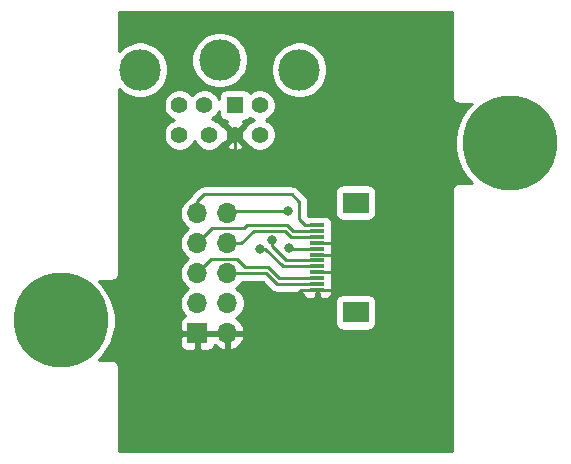
<source format=gtl>
%TF.GenerationSoftware,KiCad,Pcbnew,5.1.12-84ad8e8a86~92~ubuntu20.04.1*%
%TF.CreationDate,2021-12-07T00:05:06-06:00*%
%TF.ProjectId,portboard_mdd,706f7274-626f-4617-9264-5f726962626f,rev?*%
%TF.SameCoordinates,Original*%
%TF.FileFunction,Copper,L1,Top*%
%TF.FilePolarity,Positive*%
%FSLAX46Y46*%
G04 Gerber Fmt 4.6, Leading zero omitted, Abs format (unit mm)*
G04 Created by KiCad (PCBNEW 5.1.12-84ad8e8a86~92~ubuntu20.04.1) date 2021-12-07 00:05:06*
%MOMM*%
%LPD*%
G01*
G04 APERTURE LIST*
%TA.AperFunction,SMDPad,CuDef*%
%ADD10R,1.300000X0.300000*%
%TD*%
%TA.AperFunction,SMDPad,CuDef*%
%ADD11R,2.200000X1.800000*%
%TD*%
%TA.AperFunction,ComponentPad*%
%ADD12C,8.000000*%
%TD*%
%TA.AperFunction,ComponentPad*%
%ADD13O,1.700000X1.700000*%
%TD*%
%TA.AperFunction,ComponentPad*%
%ADD14R,1.700000X1.700000*%
%TD*%
%TA.AperFunction,ComponentPad*%
%ADD15C,1.422400*%
%TD*%
%TA.AperFunction,ComponentPad*%
%ADD16R,1.422400X1.422400*%
%TD*%
%TA.AperFunction,ComponentPad*%
%ADD17C,3.500000*%
%TD*%
%TA.AperFunction,ViaPad*%
%ADD18C,0.800000*%
%TD*%
%TA.AperFunction,Conductor*%
%ADD19C,0.250000*%
%TD*%
%TA.AperFunction,Conductor*%
%ADD20C,0.254000*%
%TD*%
%TA.AperFunction,Conductor*%
%ADD21C,0.150000*%
%TD*%
G04 APERTURE END LIST*
D10*
%TO.P,J3,12*%
%TO.N,+5V*%
X69841500Y-39350500D03*
%TO.P,J3,11*%
%TO.N,/HSKo*%
X69841500Y-39850500D03*
%TO.P,J3,10*%
%TO.N,/HSKi*%
X69841500Y-40350500D03*
%TO.P,J3,9*%
%TO.N,GND*%
X69841500Y-40850500D03*
%TO.P,J3,8*%
%TO.N,/GPi*%
X69841500Y-41350500D03*
%TO.P,J3,7*%
%TO.N,GND*%
X69841500Y-41850500D03*
%TO.P,J3,6*%
%TO.N,/TXD-*%
X69841500Y-42350500D03*
%TO.P,J3,5*%
%TO.N,/TXD+*%
X69841500Y-42850500D03*
%TO.P,J3,4*%
%TO.N,GND*%
X69841500Y-43350500D03*
%TO.P,J3,3*%
%TO.N,/RXD-*%
X69841500Y-43850500D03*
%TO.P,J3,2*%
%TO.N,/RXD+*%
X69841500Y-44350500D03*
%TO.P,J3,1*%
%TO.N,GND*%
X69841500Y-44850500D03*
D11*
%TO.P,J3,MP*%
%TO.N,N/C*%
X73091500Y-46750500D03*
X73091500Y-37450500D03*
%TD*%
D12*
%TO.P,H2,1*%
%TO.N,N/C*%
X86170300Y-32434000D03*
%TD*%
%TO.P,H1,1*%
%TO.N,N/C*%
X48141700Y-47434000D03*
%TD*%
D13*
%TO.P,J1,10*%
%TO.N,/GPi*%
X62230000Y-38354000D03*
%TO.P,J1,9*%
%TO.N,+5V*%
X59690000Y-38354000D03*
%TO.P,J1,8*%
%TO.N,/HSKi*%
X62230000Y-40894000D03*
%TO.P,J1,7*%
%TO.N,/HSKo*%
X59690000Y-40894000D03*
%TO.P,J1,6*%
%TO.N,/RXD+*%
X62230000Y-43434000D03*
%TO.P,J1,5*%
%TO.N,/RXD-*%
X59690000Y-43434000D03*
%TO.P,J1,4*%
%TO.N,/TXD+*%
X62230000Y-45974000D03*
%TO.P,J1,3*%
%TO.N,/TXD-*%
X59690000Y-45974000D03*
%TO.P,J1,2*%
%TO.N,GND*%
X62230000Y-48514000D03*
D14*
%TO.P,J1,1*%
X59690000Y-48514000D03*
%TD*%
D15*
%TO.P,J2,7*%
%TO.N,/GPi*%
X60681000Y-31700000D03*
%TO.P,J2,4*%
%TO.N,GND*%
X62881000Y-31700000D03*
%TO.P,J2,6*%
%TO.N,/TXD+*%
X64981000Y-31700000D03*
%TO.P,J2,8*%
%TO.N,/RXD+*%
X58181000Y-31700000D03*
%TO.P,J2,5*%
%TO.N,/RXD-*%
X58181000Y-29200000D03*
%TO.P,J2,3*%
%TO.N,/TXD-*%
X64981000Y-29200000D03*
D16*
%TO.P,J2,1*%
%TO.N,/HSKo*%
X62881000Y-29200000D03*
D15*
%TO.P,J2,2*%
%TO.N,/HSKi*%
X60281000Y-29200000D03*
D17*
%TO.P,J2,SH2*%
%TO.N,N/C*%
X61581000Y-25400000D03*
%TO.P,J2,SH3*%
X68331000Y-26200000D03*
%TO.P,J2,SH1*%
X54831000Y-26200000D03*
%TD*%
D18*
%TO.N,/GPi*%
X67500500Y-41338500D03*
X67373500Y-38163500D03*
%TO.N,/TXD-*%
X66017201Y-40656490D03*
%TO.N,/TXD+*%
X64981000Y-41381500D03*
%TD*%
D19*
%TO.N,+5V*%
X59690000Y-37338000D02*
X59690000Y-38354000D01*
X60261500Y-36766500D02*
X59690000Y-37338000D01*
X67691000Y-36766500D02*
X60261500Y-36766500D01*
X68326000Y-38862000D02*
X68326000Y-37401500D01*
X68814500Y-39350500D02*
X68326000Y-38862000D01*
X68326000Y-37401500D02*
X67691000Y-36766500D01*
X69841500Y-39350500D02*
X68814500Y-39350500D01*
%TO.N,/GPi*%
X67512500Y-41350500D02*
X67500500Y-41338500D01*
X69841500Y-41350500D02*
X67512500Y-41350500D01*
X62420500Y-38163500D02*
X62230000Y-38354000D01*
X67373500Y-38163500D02*
X62420500Y-38163500D01*
%TO.N,/HSKo*%
X60960000Y-39624000D02*
X59690000Y-40894000D01*
X63916500Y-39334500D02*
X63627000Y-39624000D01*
X63627000Y-39624000D02*
X60960000Y-39624000D01*
X69841500Y-39850500D02*
X67790500Y-39850500D01*
X67274500Y-39334500D02*
X63916500Y-39334500D01*
X67790500Y-39850500D02*
X67274500Y-39334500D01*
%TO.N,/HSKi*%
X64491581Y-39834500D02*
X67138090Y-39834500D01*
X62230000Y-40894000D02*
X63432081Y-40894000D01*
X63432081Y-40894000D02*
X64491581Y-39834500D01*
X67138090Y-39834500D02*
X67654090Y-40350500D01*
X67654090Y-40350500D02*
X69841500Y-40350500D01*
%TO.N,/RXD-*%
X66647000Y-43850500D02*
X69841500Y-43850500D01*
X65722500Y-42926000D02*
X66647000Y-43850500D01*
X63754000Y-42926000D02*
X65722500Y-42926000D01*
X63086999Y-42258999D02*
X63754000Y-42926000D01*
X60865001Y-42258999D02*
X63086999Y-42258999D01*
X59690000Y-43434000D02*
X60865001Y-42258999D01*
%TO.N,/RXD+*%
X64637915Y-43434000D02*
X62230000Y-43434000D01*
X65532000Y-43434000D02*
X64637915Y-43434000D01*
X66448500Y-44350500D02*
X65532000Y-43434000D01*
X69841500Y-44350500D02*
X66448500Y-44350500D01*
%TO.N,/TXD-*%
X67242500Y-42350500D02*
X69841500Y-42350500D01*
X66017201Y-41125201D02*
X67242500Y-42350500D01*
X66017201Y-40656490D02*
X66017201Y-41125201D01*
%TO.N,/TXD+*%
X69841500Y-42850500D02*
X66917000Y-42850500D01*
X65448000Y-41381500D02*
X64981000Y-41381500D01*
X66917000Y-42850500D02*
X65448000Y-41381500D01*
%TO.N,GND*%
X62881000Y-31766000D02*
X62881000Y-31700000D01*
X59690000Y-48514000D02*
X57404000Y-48514000D01*
X57404000Y-48514000D02*
X55753000Y-46863000D01*
X55753000Y-46863000D02*
X55753000Y-36957000D01*
X55753000Y-36957000D02*
X57975500Y-34734500D01*
X57975500Y-34734500D02*
X62166500Y-34734500D01*
X62881000Y-34020000D02*
X62881000Y-31700000D01*
X62166500Y-34734500D02*
X62881000Y-34020000D01*
X71521000Y-40850500D02*
X69841500Y-40850500D01*
X72326500Y-41656000D02*
X71521000Y-40850500D01*
X71608500Y-44850500D02*
X72326500Y-44132500D01*
X69841500Y-44850500D02*
X71608500Y-44850500D01*
X72267000Y-41850500D02*
X72326500Y-41910000D01*
X69841500Y-41850500D02*
X72267000Y-41850500D01*
X72326500Y-41910000D02*
X72326500Y-41656000D01*
X69841500Y-43350500D02*
X72283000Y-43350500D01*
X72283000Y-43350500D02*
X72326500Y-43307000D01*
X72326500Y-43307000D02*
X72326500Y-41910000D01*
X72326500Y-44132500D02*
X72326500Y-43307000D01*
X66167000Y-47180500D02*
X68497000Y-44850500D01*
X68497000Y-44850500D02*
X69841500Y-44850500D01*
X66167000Y-47561500D02*
X66167000Y-47180500D01*
X65214500Y-48514000D02*
X66167000Y-47561500D01*
X62230000Y-48514000D02*
X65214500Y-48514000D01*
%TD*%
D20*
%TO.N,GND*%
X81246000Y-28401581D02*
X81242807Y-28434000D01*
X81255550Y-28563383D01*
X81293290Y-28687793D01*
X81354575Y-28802450D01*
X81380271Y-28833760D01*
X81437052Y-28902948D01*
X81537550Y-28985425D01*
X81652207Y-29046710D01*
X81776617Y-29084450D01*
X81906000Y-29097193D01*
X81938419Y-29094000D01*
X82955420Y-29094000D01*
X82570060Y-29479360D01*
X82062816Y-30238504D01*
X81713420Y-31082020D01*
X81535300Y-31977492D01*
X81535300Y-32890508D01*
X81713420Y-33785980D01*
X82062816Y-34629496D01*
X82570060Y-35388640D01*
X82955420Y-35774000D01*
X81938419Y-35774000D01*
X81906000Y-35770807D01*
X81873581Y-35774000D01*
X81776617Y-35783550D01*
X81652207Y-35821290D01*
X81537550Y-35882575D01*
X81437052Y-35965052D01*
X81354575Y-36065550D01*
X81293290Y-36180207D01*
X81255550Y-36304617D01*
X81242807Y-36434000D01*
X81246001Y-36466429D01*
X81246000Y-58524000D01*
X53066000Y-58524000D01*
X53066000Y-51466419D01*
X53069193Y-51434000D01*
X53056450Y-51304617D01*
X53018710Y-51180207D01*
X52957425Y-51065550D01*
X52874948Y-50965052D01*
X52774450Y-50882575D01*
X52659793Y-50821290D01*
X52535383Y-50783550D01*
X52438419Y-50774000D01*
X52406000Y-50770807D01*
X52373581Y-50774000D01*
X51356580Y-50774000D01*
X51741940Y-50388640D01*
X52249184Y-49629496D01*
X52359156Y-49364000D01*
X58201928Y-49364000D01*
X58214188Y-49488482D01*
X58250498Y-49608180D01*
X58309463Y-49718494D01*
X58388815Y-49815185D01*
X58485506Y-49894537D01*
X58595820Y-49953502D01*
X58715518Y-49989812D01*
X58840000Y-50002072D01*
X59404250Y-49999000D01*
X59563000Y-49840250D01*
X59563000Y-48641000D01*
X59817000Y-48641000D01*
X59817000Y-49840250D01*
X59975750Y-49999000D01*
X60540000Y-50002072D01*
X60664482Y-49989812D01*
X60784180Y-49953502D01*
X60894494Y-49894537D01*
X60991185Y-49815185D01*
X61070537Y-49718494D01*
X61129502Y-49608180D01*
X61152498Y-49532374D01*
X61348645Y-49709178D01*
X61598748Y-49858157D01*
X61873109Y-49955481D01*
X62103000Y-49834814D01*
X62103000Y-48641000D01*
X62357000Y-48641000D01*
X62357000Y-49834814D01*
X62586891Y-49955481D01*
X62861252Y-49858157D01*
X63111355Y-49709178D01*
X63327588Y-49514269D01*
X63501641Y-49280920D01*
X63626825Y-49018099D01*
X63671476Y-48870890D01*
X63550155Y-48641000D01*
X62357000Y-48641000D01*
X62103000Y-48641000D01*
X59817000Y-48641000D01*
X59563000Y-48641000D01*
X58363750Y-48641000D01*
X58205000Y-48799750D01*
X58201928Y-49364000D01*
X52359156Y-49364000D01*
X52598580Y-48785980D01*
X52776700Y-47890508D01*
X52776700Y-47664000D01*
X58201928Y-47664000D01*
X58205000Y-48228250D01*
X58363750Y-48387000D01*
X59563000Y-48387000D01*
X59563000Y-48367000D01*
X59817000Y-48367000D01*
X59817000Y-48387000D01*
X62103000Y-48387000D01*
X62103000Y-48367000D01*
X62357000Y-48367000D01*
X62357000Y-48387000D01*
X63550155Y-48387000D01*
X63671476Y-48157110D01*
X63626825Y-48009901D01*
X63501641Y-47747080D01*
X63327588Y-47513731D01*
X63111355Y-47318822D01*
X62994466Y-47249195D01*
X63176632Y-47127475D01*
X63383475Y-46920632D01*
X63545990Y-46677411D01*
X63657932Y-46407158D01*
X63715000Y-46120260D01*
X63715000Y-45850500D01*
X71353428Y-45850500D01*
X71353428Y-47650500D01*
X71365688Y-47774982D01*
X71401998Y-47894680D01*
X71460963Y-48004994D01*
X71540315Y-48101685D01*
X71637006Y-48181037D01*
X71747320Y-48240002D01*
X71867018Y-48276312D01*
X71991500Y-48288572D01*
X74191500Y-48288572D01*
X74315982Y-48276312D01*
X74435680Y-48240002D01*
X74545994Y-48181037D01*
X74642685Y-48101685D01*
X74722037Y-48004994D01*
X74781002Y-47894680D01*
X74817312Y-47774982D01*
X74829572Y-47650500D01*
X74829572Y-45850500D01*
X74817312Y-45726018D01*
X74781002Y-45606320D01*
X74722037Y-45496006D01*
X74642685Y-45399315D01*
X74545994Y-45319963D01*
X74435680Y-45260998D01*
X74315982Y-45224688D01*
X74191500Y-45212428D01*
X71991500Y-45212428D01*
X71867018Y-45224688D01*
X71747320Y-45260998D01*
X71637006Y-45319963D01*
X71540315Y-45399315D01*
X71460963Y-45496006D01*
X71401998Y-45606320D01*
X71365688Y-45726018D01*
X71353428Y-45850500D01*
X63715000Y-45850500D01*
X63715000Y-45827740D01*
X63657932Y-45540842D01*
X63545990Y-45270589D01*
X63383475Y-45027368D01*
X63176632Y-44820525D01*
X63002240Y-44704000D01*
X63176632Y-44587475D01*
X63383475Y-44380632D01*
X63508178Y-44194000D01*
X65217199Y-44194000D01*
X65884701Y-44861503D01*
X65908499Y-44890501D01*
X66024224Y-44985474D01*
X66156253Y-45056046D01*
X66299514Y-45099503D01*
X66411167Y-45110500D01*
X66411175Y-45110500D01*
X66448500Y-45114176D01*
X66485825Y-45110500D01*
X68565098Y-45110500D01*
X68567815Y-45135232D01*
X68606084Y-45254318D01*
X68666850Y-45363650D01*
X68747778Y-45459026D01*
X68845758Y-45536782D01*
X68957025Y-45593928D01*
X69077302Y-45628270D01*
X69201968Y-45638486D01*
X69555750Y-45635500D01*
X69714500Y-45476750D01*
X69714500Y-45138572D01*
X69968500Y-45138572D01*
X69968500Y-45476750D01*
X70127250Y-45635500D01*
X70481032Y-45638486D01*
X70605698Y-45628270D01*
X70725975Y-45593928D01*
X70837242Y-45536782D01*
X70935222Y-45459026D01*
X71016150Y-45363650D01*
X71076916Y-45254318D01*
X71115185Y-45135232D01*
X71126500Y-45032250D01*
X70989225Y-44894975D01*
X71022037Y-44854994D01*
X71081002Y-44744680D01*
X71094253Y-44700997D01*
X71126500Y-44668750D01*
X71119382Y-44603965D01*
X71129572Y-44500500D01*
X71129572Y-44200500D01*
X71119723Y-44100500D01*
X71129572Y-44000500D01*
X71129572Y-43700500D01*
X71119382Y-43597035D01*
X71126500Y-43532250D01*
X71094253Y-43500003D01*
X71081002Y-43456320D01*
X71024439Y-43350500D01*
X71081002Y-43244680D01*
X71094253Y-43200997D01*
X71126500Y-43168750D01*
X71119382Y-43103965D01*
X71129572Y-43000500D01*
X71129572Y-42700500D01*
X71119723Y-42600500D01*
X71129572Y-42500500D01*
X71129572Y-42200500D01*
X71119382Y-42097035D01*
X71126500Y-42032250D01*
X71094253Y-42000003D01*
X71081002Y-41956320D01*
X71024439Y-41850500D01*
X71081002Y-41744680D01*
X71094253Y-41700997D01*
X71126500Y-41668750D01*
X71119382Y-41603965D01*
X71129572Y-41500500D01*
X71129572Y-41200500D01*
X71119382Y-41097035D01*
X71126500Y-41032250D01*
X71094253Y-41000003D01*
X71081002Y-40956320D01*
X71024439Y-40850500D01*
X71081002Y-40744680D01*
X71094253Y-40700997D01*
X71126500Y-40668750D01*
X71119382Y-40603965D01*
X71129572Y-40500500D01*
X71129572Y-40200500D01*
X71119723Y-40100500D01*
X71129572Y-40000500D01*
X71129572Y-39700500D01*
X71119723Y-39600500D01*
X71129572Y-39500500D01*
X71129572Y-39200500D01*
X71117312Y-39076018D01*
X71081002Y-38956320D01*
X71022037Y-38846006D01*
X70942685Y-38749315D01*
X70845994Y-38669963D01*
X70735680Y-38610998D01*
X70615982Y-38574688D01*
X70491500Y-38562428D01*
X69191500Y-38562428D01*
X69109323Y-38570522D01*
X69086000Y-38547199D01*
X69086000Y-37438833D01*
X69089677Y-37401500D01*
X69075003Y-37252514D01*
X69031546Y-37109253D01*
X68960974Y-36977224D01*
X68889799Y-36890497D01*
X68866001Y-36861499D01*
X68837002Y-36837700D01*
X68549802Y-36550500D01*
X71353428Y-36550500D01*
X71353428Y-38350500D01*
X71365688Y-38474982D01*
X71401998Y-38594680D01*
X71460963Y-38704994D01*
X71540315Y-38801685D01*
X71637006Y-38881037D01*
X71747320Y-38940002D01*
X71867018Y-38976312D01*
X71991500Y-38988572D01*
X74191500Y-38988572D01*
X74315982Y-38976312D01*
X74435680Y-38940002D01*
X74545994Y-38881037D01*
X74642685Y-38801685D01*
X74722037Y-38704994D01*
X74781002Y-38594680D01*
X74817312Y-38474982D01*
X74829572Y-38350500D01*
X74829572Y-36550500D01*
X74817312Y-36426018D01*
X74781002Y-36306320D01*
X74722037Y-36196006D01*
X74642685Y-36099315D01*
X74545994Y-36019963D01*
X74435680Y-35960998D01*
X74315982Y-35924688D01*
X74191500Y-35912428D01*
X71991500Y-35912428D01*
X71867018Y-35924688D01*
X71747320Y-35960998D01*
X71637006Y-36019963D01*
X71540315Y-36099315D01*
X71460963Y-36196006D01*
X71401998Y-36306320D01*
X71365688Y-36426018D01*
X71353428Y-36550500D01*
X68549802Y-36550500D01*
X68254803Y-36255502D01*
X68231001Y-36226499D01*
X68115276Y-36131526D01*
X67983247Y-36060954D01*
X67839986Y-36017497D01*
X67728333Y-36006500D01*
X67728322Y-36006500D01*
X67691000Y-36002824D01*
X67653678Y-36006500D01*
X60298822Y-36006500D01*
X60261499Y-36002824D01*
X60224176Y-36006500D01*
X60224167Y-36006500D01*
X60112514Y-36017497D01*
X59969253Y-36060954D01*
X59837223Y-36131526D01*
X59777906Y-36180207D01*
X59721499Y-36226499D01*
X59697700Y-36255498D01*
X59179002Y-36774197D01*
X59149999Y-36797999D01*
X59097886Y-36861499D01*
X59055026Y-36913724D01*
X59016701Y-36985425D01*
X58989163Y-37036944D01*
X58986589Y-37038010D01*
X58743368Y-37200525D01*
X58536525Y-37407368D01*
X58374010Y-37650589D01*
X58262068Y-37920842D01*
X58205000Y-38207740D01*
X58205000Y-38500260D01*
X58262068Y-38787158D01*
X58374010Y-39057411D01*
X58536525Y-39300632D01*
X58743368Y-39507475D01*
X58917760Y-39624000D01*
X58743368Y-39740525D01*
X58536525Y-39947368D01*
X58374010Y-40190589D01*
X58262068Y-40460842D01*
X58205000Y-40747740D01*
X58205000Y-41040260D01*
X58262068Y-41327158D01*
X58374010Y-41597411D01*
X58536525Y-41840632D01*
X58743368Y-42047475D01*
X58917760Y-42164000D01*
X58743368Y-42280525D01*
X58536525Y-42487368D01*
X58374010Y-42730589D01*
X58262068Y-43000842D01*
X58205000Y-43287740D01*
X58205000Y-43580260D01*
X58262068Y-43867158D01*
X58374010Y-44137411D01*
X58536525Y-44380632D01*
X58743368Y-44587475D01*
X58917760Y-44704000D01*
X58743368Y-44820525D01*
X58536525Y-45027368D01*
X58374010Y-45270589D01*
X58262068Y-45540842D01*
X58205000Y-45827740D01*
X58205000Y-46120260D01*
X58262068Y-46407158D01*
X58374010Y-46677411D01*
X58536525Y-46920632D01*
X58668380Y-47052487D01*
X58595820Y-47074498D01*
X58485506Y-47133463D01*
X58388815Y-47212815D01*
X58309463Y-47309506D01*
X58250498Y-47419820D01*
X58214188Y-47539518D01*
X58201928Y-47664000D01*
X52776700Y-47664000D01*
X52776700Y-46977492D01*
X52598580Y-46082020D01*
X52249184Y-45238504D01*
X51741940Y-44479360D01*
X51356580Y-44094000D01*
X52373581Y-44094000D01*
X52406000Y-44097193D01*
X52438419Y-44094000D01*
X52535383Y-44084450D01*
X52659793Y-44046710D01*
X52774450Y-43985425D01*
X52874948Y-43902948D01*
X52957425Y-43802450D01*
X53018710Y-43687793D01*
X53056450Y-43563383D01*
X53069193Y-43434000D01*
X53066000Y-43401581D01*
X53066000Y-29067411D01*
X56834800Y-29067411D01*
X56834800Y-29332589D01*
X56886533Y-29592672D01*
X56988013Y-29837665D01*
X57135338Y-30058153D01*
X57322847Y-30245662D01*
X57543335Y-30392987D01*
X57680976Y-30450000D01*
X57543335Y-30507013D01*
X57322847Y-30654338D01*
X57135338Y-30841847D01*
X56988013Y-31062335D01*
X56886533Y-31307328D01*
X56834800Y-31567411D01*
X56834800Y-31832589D01*
X56886533Y-32092672D01*
X56988013Y-32337665D01*
X57135338Y-32558153D01*
X57322847Y-32745662D01*
X57543335Y-32892987D01*
X57788328Y-32994467D01*
X58048411Y-33046200D01*
X58313589Y-33046200D01*
X58573672Y-32994467D01*
X58818665Y-32892987D01*
X59039153Y-32745662D01*
X59226662Y-32558153D01*
X59373987Y-32337665D01*
X59431000Y-32200024D01*
X59488013Y-32337665D01*
X59635338Y-32558153D01*
X59822847Y-32745662D01*
X60043335Y-32892987D01*
X60288328Y-32994467D01*
X60548411Y-33046200D01*
X60813589Y-33046200D01*
X61073672Y-32994467D01*
X61318665Y-32892987D01*
X61539153Y-32745662D01*
X61655542Y-32629273D01*
X62131332Y-32629273D01*
X62192152Y-32864183D01*
X62432509Y-32976202D01*
X62690102Y-33039176D01*
X62955030Y-33050687D01*
X63217113Y-33010291D01*
X63466280Y-32919542D01*
X63569848Y-32864183D01*
X63630668Y-32629273D01*
X62881000Y-31879605D01*
X62131332Y-32629273D01*
X61655542Y-32629273D01*
X61726662Y-32558153D01*
X61821652Y-32415991D01*
X61951727Y-32449668D01*
X62701395Y-31700000D01*
X61951727Y-30950332D01*
X61821652Y-30984009D01*
X61726662Y-30841847D01*
X61539153Y-30654338D01*
X61318665Y-30507013D01*
X61073672Y-30405533D01*
X60939754Y-30378896D01*
X61139153Y-30245662D01*
X61326662Y-30058153D01*
X61473987Y-29837665D01*
X61531728Y-29698267D01*
X61531728Y-29911200D01*
X61543988Y-30035682D01*
X61580298Y-30155380D01*
X61639263Y-30265694D01*
X61718615Y-30362385D01*
X61815306Y-30441737D01*
X61925620Y-30500702D01*
X62045318Y-30537012D01*
X62169800Y-30549272D01*
X62188668Y-30549272D01*
X62131332Y-30770727D01*
X62881000Y-31520395D01*
X63630668Y-30770727D01*
X63573332Y-30549272D01*
X63592200Y-30549272D01*
X63716682Y-30537012D01*
X63836380Y-30500702D01*
X63946694Y-30441737D01*
X64043385Y-30362385D01*
X64122737Y-30265694D01*
X64130656Y-30250880D01*
X64343335Y-30392987D01*
X64480976Y-30450000D01*
X64343335Y-30507013D01*
X64122847Y-30654338D01*
X63935338Y-30841847D01*
X63855097Y-30961937D01*
X63810273Y-30950332D01*
X63060605Y-31700000D01*
X63810273Y-32449668D01*
X63855097Y-32438063D01*
X63935338Y-32558153D01*
X64122847Y-32745662D01*
X64343335Y-32892987D01*
X64588328Y-32994467D01*
X64848411Y-33046200D01*
X65113589Y-33046200D01*
X65373672Y-32994467D01*
X65618665Y-32892987D01*
X65839153Y-32745662D01*
X66026662Y-32558153D01*
X66173987Y-32337665D01*
X66275467Y-32092672D01*
X66327200Y-31832589D01*
X66327200Y-31567411D01*
X66275467Y-31307328D01*
X66173987Y-31062335D01*
X66026662Y-30841847D01*
X65839153Y-30654338D01*
X65618665Y-30507013D01*
X65481024Y-30450000D01*
X65618665Y-30392987D01*
X65839153Y-30245662D01*
X66026662Y-30058153D01*
X66173987Y-29837665D01*
X66275467Y-29592672D01*
X66327200Y-29332589D01*
X66327200Y-29067411D01*
X66275467Y-28807328D01*
X66173987Y-28562335D01*
X66026662Y-28341847D01*
X65839153Y-28154338D01*
X65618665Y-28007013D01*
X65373672Y-27905533D01*
X65113589Y-27853800D01*
X64848411Y-27853800D01*
X64588328Y-27905533D01*
X64343335Y-28007013D01*
X64130656Y-28149120D01*
X64122737Y-28134306D01*
X64043385Y-28037615D01*
X63946694Y-27958263D01*
X63836380Y-27899298D01*
X63716682Y-27862988D01*
X63592200Y-27850728D01*
X62169800Y-27850728D01*
X62045318Y-27862988D01*
X61925620Y-27899298D01*
X61815306Y-27958263D01*
X61718615Y-28037615D01*
X61639263Y-28134306D01*
X61580298Y-28244620D01*
X61543988Y-28364318D01*
X61531728Y-28488800D01*
X61531728Y-28701733D01*
X61473987Y-28562335D01*
X61326662Y-28341847D01*
X61139153Y-28154338D01*
X60918665Y-28007013D01*
X60673672Y-27905533D01*
X60413589Y-27853800D01*
X60148411Y-27853800D01*
X59888328Y-27905533D01*
X59643335Y-28007013D01*
X59422847Y-28154338D01*
X59235338Y-28341847D01*
X59231000Y-28348339D01*
X59226662Y-28341847D01*
X59039153Y-28154338D01*
X58818665Y-28007013D01*
X58573672Y-27905533D01*
X58313589Y-27853800D01*
X58048411Y-27853800D01*
X57788328Y-27905533D01*
X57543335Y-28007013D01*
X57322847Y-28154338D01*
X57135338Y-28341847D01*
X56988013Y-28562335D01*
X56886533Y-28807328D01*
X56834800Y-29067411D01*
X53066000Y-29067411D01*
X53066000Y-27807899D01*
X53310651Y-28052550D01*
X53701279Y-28313560D01*
X54135321Y-28493346D01*
X54596098Y-28585000D01*
X55065902Y-28585000D01*
X55526679Y-28493346D01*
X55960721Y-28313560D01*
X56351349Y-28052550D01*
X56683550Y-27720349D01*
X56944560Y-27329721D01*
X57124346Y-26895679D01*
X57216000Y-26434902D01*
X57216000Y-25965098D01*
X57124346Y-25504321D01*
X56983836Y-25165098D01*
X59196000Y-25165098D01*
X59196000Y-25634902D01*
X59287654Y-26095679D01*
X59467440Y-26529721D01*
X59728450Y-26920349D01*
X60060651Y-27252550D01*
X60451279Y-27513560D01*
X60885321Y-27693346D01*
X61346098Y-27785000D01*
X61815902Y-27785000D01*
X62276679Y-27693346D01*
X62710721Y-27513560D01*
X63101349Y-27252550D01*
X63433550Y-26920349D01*
X63694560Y-26529721D01*
X63874346Y-26095679D01*
X63900320Y-25965098D01*
X65946000Y-25965098D01*
X65946000Y-26434902D01*
X66037654Y-26895679D01*
X66217440Y-27329721D01*
X66478450Y-27720349D01*
X66810651Y-28052550D01*
X67201279Y-28313560D01*
X67635321Y-28493346D01*
X68096098Y-28585000D01*
X68565902Y-28585000D01*
X69026679Y-28493346D01*
X69460721Y-28313560D01*
X69851349Y-28052550D01*
X70183550Y-27720349D01*
X70444560Y-27329721D01*
X70624346Y-26895679D01*
X70716000Y-26434902D01*
X70716000Y-25965098D01*
X70624346Y-25504321D01*
X70444560Y-25070279D01*
X70183550Y-24679651D01*
X69851349Y-24347450D01*
X69460721Y-24086440D01*
X69026679Y-23906654D01*
X68565902Y-23815000D01*
X68096098Y-23815000D01*
X67635321Y-23906654D01*
X67201279Y-24086440D01*
X66810651Y-24347450D01*
X66478450Y-24679651D01*
X66217440Y-25070279D01*
X66037654Y-25504321D01*
X65946000Y-25965098D01*
X63900320Y-25965098D01*
X63966000Y-25634902D01*
X63966000Y-25165098D01*
X63874346Y-24704321D01*
X63694560Y-24270279D01*
X63433550Y-23879651D01*
X63101349Y-23547450D01*
X62710721Y-23286440D01*
X62276679Y-23106654D01*
X61815902Y-23015000D01*
X61346098Y-23015000D01*
X60885321Y-23106654D01*
X60451279Y-23286440D01*
X60060651Y-23547450D01*
X59728450Y-23879651D01*
X59467440Y-24270279D01*
X59287654Y-24704321D01*
X59196000Y-25165098D01*
X56983836Y-25165098D01*
X56944560Y-25070279D01*
X56683550Y-24679651D01*
X56351349Y-24347450D01*
X55960721Y-24086440D01*
X55526679Y-23906654D01*
X55065902Y-23815000D01*
X54596098Y-23815000D01*
X54135321Y-23906654D01*
X53701279Y-24086440D01*
X53310651Y-24347450D01*
X53066000Y-24592101D01*
X53066000Y-21344000D01*
X81246001Y-21344000D01*
X81246000Y-28401581D01*
%TA.AperFunction,Conductor*%
D21*
G36*
X81246000Y-28401581D02*
G01*
X81242807Y-28434000D01*
X81255550Y-28563383D01*
X81293290Y-28687793D01*
X81354575Y-28802450D01*
X81380271Y-28833760D01*
X81437052Y-28902948D01*
X81537550Y-28985425D01*
X81652207Y-29046710D01*
X81776617Y-29084450D01*
X81906000Y-29097193D01*
X81938419Y-29094000D01*
X82955420Y-29094000D01*
X82570060Y-29479360D01*
X82062816Y-30238504D01*
X81713420Y-31082020D01*
X81535300Y-31977492D01*
X81535300Y-32890508D01*
X81713420Y-33785980D01*
X82062816Y-34629496D01*
X82570060Y-35388640D01*
X82955420Y-35774000D01*
X81938419Y-35774000D01*
X81906000Y-35770807D01*
X81873581Y-35774000D01*
X81776617Y-35783550D01*
X81652207Y-35821290D01*
X81537550Y-35882575D01*
X81437052Y-35965052D01*
X81354575Y-36065550D01*
X81293290Y-36180207D01*
X81255550Y-36304617D01*
X81242807Y-36434000D01*
X81246001Y-36466429D01*
X81246000Y-58524000D01*
X53066000Y-58524000D01*
X53066000Y-51466419D01*
X53069193Y-51434000D01*
X53056450Y-51304617D01*
X53018710Y-51180207D01*
X52957425Y-51065550D01*
X52874948Y-50965052D01*
X52774450Y-50882575D01*
X52659793Y-50821290D01*
X52535383Y-50783550D01*
X52438419Y-50774000D01*
X52406000Y-50770807D01*
X52373581Y-50774000D01*
X51356580Y-50774000D01*
X51741940Y-50388640D01*
X52249184Y-49629496D01*
X52359156Y-49364000D01*
X58201928Y-49364000D01*
X58214188Y-49488482D01*
X58250498Y-49608180D01*
X58309463Y-49718494D01*
X58388815Y-49815185D01*
X58485506Y-49894537D01*
X58595820Y-49953502D01*
X58715518Y-49989812D01*
X58840000Y-50002072D01*
X59404250Y-49999000D01*
X59563000Y-49840250D01*
X59563000Y-48641000D01*
X59817000Y-48641000D01*
X59817000Y-49840250D01*
X59975750Y-49999000D01*
X60540000Y-50002072D01*
X60664482Y-49989812D01*
X60784180Y-49953502D01*
X60894494Y-49894537D01*
X60991185Y-49815185D01*
X61070537Y-49718494D01*
X61129502Y-49608180D01*
X61152498Y-49532374D01*
X61348645Y-49709178D01*
X61598748Y-49858157D01*
X61873109Y-49955481D01*
X62103000Y-49834814D01*
X62103000Y-48641000D01*
X62357000Y-48641000D01*
X62357000Y-49834814D01*
X62586891Y-49955481D01*
X62861252Y-49858157D01*
X63111355Y-49709178D01*
X63327588Y-49514269D01*
X63501641Y-49280920D01*
X63626825Y-49018099D01*
X63671476Y-48870890D01*
X63550155Y-48641000D01*
X62357000Y-48641000D01*
X62103000Y-48641000D01*
X59817000Y-48641000D01*
X59563000Y-48641000D01*
X58363750Y-48641000D01*
X58205000Y-48799750D01*
X58201928Y-49364000D01*
X52359156Y-49364000D01*
X52598580Y-48785980D01*
X52776700Y-47890508D01*
X52776700Y-47664000D01*
X58201928Y-47664000D01*
X58205000Y-48228250D01*
X58363750Y-48387000D01*
X59563000Y-48387000D01*
X59563000Y-48367000D01*
X59817000Y-48367000D01*
X59817000Y-48387000D01*
X62103000Y-48387000D01*
X62103000Y-48367000D01*
X62357000Y-48367000D01*
X62357000Y-48387000D01*
X63550155Y-48387000D01*
X63671476Y-48157110D01*
X63626825Y-48009901D01*
X63501641Y-47747080D01*
X63327588Y-47513731D01*
X63111355Y-47318822D01*
X62994466Y-47249195D01*
X63176632Y-47127475D01*
X63383475Y-46920632D01*
X63545990Y-46677411D01*
X63657932Y-46407158D01*
X63715000Y-46120260D01*
X63715000Y-45850500D01*
X71353428Y-45850500D01*
X71353428Y-47650500D01*
X71365688Y-47774982D01*
X71401998Y-47894680D01*
X71460963Y-48004994D01*
X71540315Y-48101685D01*
X71637006Y-48181037D01*
X71747320Y-48240002D01*
X71867018Y-48276312D01*
X71991500Y-48288572D01*
X74191500Y-48288572D01*
X74315982Y-48276312D01*
X74435680Y-48240002D01*
X74545994Y-48181037D01*
X74642685Y-48101685D01*
X74722037Y-48004994D01*
X74781002Y-47894680D01*
X74817312Y-47774982D01*
X74829572Y-47650500D01*
X74829572Y-45850500D01*
X74817312Y-45726018D01*
X74781002Y-45606320D01*
X74722037Y-45496006D01*
X74642685Y-45399315D01*
X74545994Y-45319963D01*
X74435680Y-45260998D01*
X74315982Y-45224688D01*
X74191500Y-45212428D01*
X71991500Y-45212428D01*
X71867018Y-45224688D01*
X71747320Y-45260998D01*
X71637006Y-45319963D01*
X71540315Y-45399315D01*
X71460963Y-45496006D01*
X71401998Y-45606320D01*
X71365688Y-45726018D01*
X71353428Y-45850500D01*
X63715000Y-45850500D01*
X63715000Y-45827740D01*
X63657932Y-45540842D01*
X63545990Y-45270589D01*
X63383475Y-45027368D01*
X63176632Y-44820525D01*
X63002240Y-44704000D01*
X63176632Y-44587475D01*
X63383475Y-44380632D01*
X63508178Y-44194000D01*
X65217199Y-44194000D01*
X65884701Y-44861503D01*
X65908499Y-44890501D01*
X66024224Y-44985474D01*
X66156253Y-45056046D01*
X66299514Y-45099503D01*
X66411167Y-45110500D01*
X66411175Y-45110500D01*
X66448500Y-45114176D01*
X66485825Y-45110500D01*
X68565098Y-45110500D01*
X68567815Y-45135232D01*
X68606084Y-45254318D01*
X68666850Y-45363650D01*
X68747778Y-45459026D01*
X68845758Y-45536782D01*
X68957025Y-45593928D01*
X69077302Y-45628270D01*
X69201968Y-45638486D01*
X69555750Y-45635500D01*
X69714500Y-45476750D01*
X69714500Y-45138572D01*
X69968500Y-45138572D01*
X69968500Y-45476750D01*
X70127250Y-45635500D01*
X70481032Y-45638486D01*
X70605698Y-45628270D01*
X70725975Y-45593928D01*
X70837242Y-45536782D01*
X70935222Y-45459026D01*
X71016150Y-45363650D01*
X71076916Y-45254318D01*
X71115185Y-45135232D01*
X71126500Y-45032250D01*
X70989225Y-44894975D01*
X71022037Y-44854994D01*
X71081002Y-44744680D01*
X71094253Y-44700997D01*
X71126500Y-44668750D01*
X71119382Y-44603965D01*
X71129572Y-44500500D01*
X71129572Y-44200500D01*
X71119723Y-44100500D01*
X71129572Y-44000500D01*
X71129572Y-43700500D01*
X71119382Y-43597035D01*
X71126500Y-43532250D01*
X71094253Y-43500003D01*
X71081002Y-43456320D01*
X71024439Y-43350500D01*
X71081002Y-43244680D01*
X71094253Y-43200997D01*
X71126500Y-43168750D01*
X71119382Y-43103965D01*
X71129572Y-43000500D01*
X71129572Y-42700500D01*
X71119723Y-42600500D01*
X71129572Y-42500500D01*
X71129572Y-42200500D01*
X71119382Y-42097035D01*
X71126500Y-42032250D01*
X71094253Y-42000003D01*
X71081002Y-41956320D01*
X71024439Y-41850500D01*
X71081002Y-41744680D01*
X71094253Y-41700997D01*
X71126500Y-41668750D01*
X71119382Y-41603965D01*
X71129572Y-41500500D01*
X71129572Y-41200500D01*
X71119382Y-41097035D01*
X71126500Y-41032250D01*
X71094253Y-41000003D01*
X71081002Y-40956320D01*
X71024439Y-40850500D01*
X71081002Y-40744680D01*
X71094253Y-40700997D01*
X71126500Y-40668750D01*
X71119382Y-40603965D01*
X71129572Y-40500500D01*
X71129572Y-40200500D01*
X71119723Y-40100500D01*
X71129572Y-40000500D01*
X71129572Y-39700500D01*
X71119723Y-39600500D01*
X71129572Y-39500500D01*
X71129572Y-39200500D01*
X71117312Y-39076018D01*
X71081002Y-38956320D01*
X71022037Y-38846006D01*
X70942685Y-38749315D01*
X70845994Y-38669963D01*
X70735680Y-38610998D01*
X70615982Y-38574688D01*
X70491500Y-38562428D01*
X69191500Y-38562428D01*
X69109323Y-38570522D01*
X69086000Y-38547199D01*
X69086000Y-37438833D01*
X69089677Y-37401500D01*
X69075003Y-37252514D01*
X69031546Y-37109253D01*
X68960974Y-36977224D01*
X68889799Y-36890497D01*
X68866001Y-36861499D01*
X68837002Y-36837700D01*
X68549802Y-36550500D01*
X71353428Y-36550500D01*
X71353428Y-38350500D01*
X71365688Y-38474982D01*
X71401998Y-38594680D01*
X71460963Y-38704994D01*
X71540315Y-38801685D01*
X71637006Y-38881037D01*
X71747320Y-38940002D01*
X71867018Y-38976312D01*
X71991500Y-38988572D01*
X74191500Y-38988572D01*
X74315982Y-38976312D01*
X74435680Y-38940002D01*
X74545994Y-38881037D01*
X74642685Y-38801685D01*
X74722037Y-38704994D01*
X74781002Y-38594680D01*
X74817312Y-38474982D01*
X74829572Y-38350500D01*
X74829572Y-36550500D01*
X74817312Y-36426018D01*
X74781002Y-36306320D01*
X74722037Y-36196006D01*
X74642685Y-36099315D01*
X74545994Y-36019963D01*
X74435680Y-35960998D01*
X74315982Y-35924688D01*
X74191500Y-35912428D01*
X71991500Y-35912428D01*
X71867018Y-35924688D01*
X71747320Y-35960998D01*
X71637006Y-36019963D01*
X71540315Y-36099315D01*
X71460963Y-36196006D01*
X71401998Y-36306320D01*
X71365688Y-36426018D01*
X71353428Y-36550500D01*
X68549802Y-36550500D01*
X68254803Y-36255502D01*
X68231001Y-36226499D01*
X68115276Y-36131526D01*
X67983247Y-36060954D01*
X67839986Y-36017497D01*
X67728333Y-36006500D01*
X67728322Y-36006500D01*
X67691000Y-36002824D01*
X67653678Y-36006500D01*
X60298822Y-36006500D01*
X60261499Y-36002824D01*
X60224176Y-36006500D01*
X60224167Y-36006500D01*
X60112514Y-36017497D01*
X59969253Y-36060954D01*
X59837223Y-36131526D01*
X59777906Y-36180207D01*
X59721499Y-36226499D01*
X59697700Y-36255498D01*
X59179002Y-36774197D01*
X59149999Y-36797999D01*
X59097886Y-36861499D01*
X59055026Y-36913724D01*
X59016701Y-36985425D01*
X58989163Y-37036944D01*
X58986589Y-37038010D01*
X58743368Y-37200525D01*
X58536525Y-37407368D01*
X58374010Y-37650589D01*
X58262068Y-37920842D01*
X58205000Y-38207740D01*
X58205000Y-38500260D01*
X58262068Y-38787158D01*
X58374010Y-39057411D01*
X58536525Y-39300632D01*
X58743368Y-39507475D01*
X58917760Y-39624000D01*
X58743368Y-39740525D01*
X58536525Y-39947368D01*
X58374010Y-40190589D01*
X58262068Y-40460842D01*
X58205000Y-40747740D01*
X58205000Y-41040260D01*
X58262068Y-41327158D01*
X58374010Y-41597411D01*
X58536525Y-41840632D01*
X58743368Y-42047475D01*
X58917760Y-42164000D01*
X58743368Y-42280525D01*
X58536525Y-42487368D01*
X58374010Y-42730589D01*
X58262068Y-43000842D01*
X58205000Y-43287740D01*
X58205000Y-43580260D01*
X58262068Y-43867158D01*
X58374010Y-44137411D01*
X58536525Y-44380632D01*
X58743368Y-44587475D01*
X58917760Y-44704000D01*
X58743368Y-44820525D01*
X58536525Y-45027368D01*
X58374010Y-45270589D01*
X58262068Y-45540842D01*
X58205000Y-45827740D01*
X58205000Y-46120260D01*
X58262068Y-46407158D01*
X58374010Y-46677411D01*
X58536525Y-46920632D01*
X58668380Y-47052487D01*
X58595820Y-47074498D01*
X58485506Y-47133463D01*
X58388815Y-47212815D01*
X58309463Y-47309506D01*
X58250498Y-47419820D01*
X58214188Y-47539518D01*
X58201928Y-47664000D01*
X52776700Y-47664000D01*
X52776700Y-46977492D01*
X52598580Y-46082020D01*
X52249184Y-45238504D01*
X51741940Y-44479360D01*
X51356580Y-44094000D01*
X52373581Y-44094000D01*
X52406000Y-44097193D01*
X52438419Y-44094000D01*
X52535383Y-44084450D01*
X52659793Y-44046710D01*
X52774450Y-43985425D01*
X52874948Y-43902948D01*
X52957425Y-43802450D01*
X53018710Y-43687793D01*
X53056450Y-43563383D01*
X53069193Y-43434000D01*
X53066000Y-43401581D01*
X53066000Y-29067411D01*
X56834800Y-29067411D01*
X56834800Y-29332589D01*
X56886533Y-29592672D01*
X56988013Y-29837665D01*
X57135338Y-30058153D01*
X57322847Y-30245662D01*
X57543335Y-30392987D01*
X57680976Y-30450000D01*
X57543335Y-30507013D01*
X57322847Y-30654338D01*
X57135338Y-30841847D01*
X56988013Y-31062335D01*
X56886533Y-31307328D01*
X56834800Y-31567411D01*
X56834800Y-31832589D01*
X56886533Y-32092672D01*
X56988013Y-32337665D01*
X57135338Y-32558153D01*
X57322847Y-32745662D01*
X57543335Y-32892987D01*
X57788328Y-32994467D01*
X58048411Y-33046200D01*
X58313589Y-33046200D01*
X58573672Y-32994467D01*
X58818665Y-32892987D01*
X59039153Y-32745662D01*
X59226662Y-32558153D01*
X59373987Y-32337665D01*
X59431000Y-32200024D01*
X59488013Y-32337665D01*
X59635338Y-32558153D01*
X59822847Y-32745662D01*
X60043335Y-32892987D01*
X60288328Y-32994467D01*
X60548411Y-33046200D01*
X60813589Y-33046200D01*
X61073672Y-32994467D01*
X61318665Y-32892987D01*
X61539153Y-32745662D01*
X61655542Y-32629273D01*
X62131332Y-32629273D01*
X62192152Y-32864183D01*
X62432509Y-32976202D01*
X62690102Y-33039176D01*
X62955030Y-33050687D01*
X63217113Y-33010291D01*
X63466280Y-32919542D01*
X63569848Y-32864183D01*
X63630668Y-32629273D01*
X62881000Y-31879605D01*
X62131332Y-32629273D01*
X61655542Y-32629273D01*
X61726662Y-32558153D01*
X61821652Y-32415991D01*
X61951727Y-32449668D01*
X62701395Y-31700000D01*
X61951727Y-30950332D01*
X61821652Y-30984009D01*
X61726662Y-30841847D01*
X61539153Y-30654338D01*
X61318665Y-30507013D01*
X61073672Y-30405533D01*
X60939754Y-30378896D01*
X61139153Y-30245662D01*
X61326662Y-30058153D01*
X61473987Y-29837665D01*
X61531728Y-29698267D01*
X61531728Y-29911200D01*
X61543988Y-30035682D01*
X61580298Y-30155380D01*
X61639263Y-30265694D01*
X61718615Y-30362385D01*
X61815306Y-30441737D01*
X61925620Y-30500702D01*
X62045318Y-30537012D01*
X62169800Y-30549272D01*
X62188668Y-30549272D01*
X62131332Y-30770727D01*
X62881000Y-31520395D01*
X63630668Y-30770727D01*
X63573332Y-30549272D01*
X63592200Y-30549272D01*
X63716682Y-30537012D01*
X63836380Y-30500702D01*
X63946694Y-30441737D01*
X64043385Y-30362385D01*
X64122737Y-30265694D01*
X64130656Y-30250880D01*
X64343335Y-30392987D01*
X64480976Y-30450000D01*
X64343335Y-30507013D01*
X64122847Y-30654338D01*
X63935338Y-30841847D01*
X63855097Y-30961937D01*
X63810273Y-30950332D01*
X63060605Y-31700000D01*
X63810273Y-32449668D01*
X63855097Y-32438063D01*
X63935338Y-32558153D01*
X64122847Y-32745662D01*
X64343335Y-32892987D01*
X64588328Y-32994467D01*
X64848411Y-33046200D01*
X65113589Y-33046200D01*
X65373672Y-32994467D01*
X65618665Y-32892987D01*
X65839153Y-32745662D01*
X66026662Y-32558153D01*
X66173987Y-32337665D01*
X66275467Y-32092672D01*
X66327200Y-31832589D01*
X66327200Y-31567411D01*
X66275467Y-31307328D01*
X66173987Y-31062335D01*
X66026662Y-30841847D01*
X65839153Y-30654338D01*
X65618665Y-30507013D01*
X65481024Y-30450000D01*
X65618665Y-30392987D01*
X65839153Y-30245662D01*
X66026662Y-30058153D01*
X66173987Y-29837665D01*
X66275467Y-29592672D01*
X66327200Y-29332589D01*
X66327200Y-29067411D01*
X66275467Y-28807328D01*
X66173987Y-28562335D01*
X66026662Y-28341847D01*
X65839153Y-28154338D01*
X65618665Y-28007013D01*
X65373672Y-27905533D01*
X65113589Y-27853800D01*
X64848411Y-27853800D01*
X64588328Y-27905533D01*
X64343335Y-28007013D01*
X64130656Y-28149120D01*
X64122737Y-28134306D01*
X64043385Y-28037615D01*
X63946694Y-27958263D01*
X63836380Y-27899298D01*
X63716682Y-27862988D01*
X63592200Y-27850728D01*
X62169800Y-27850728D01*
X62045318Y-27862988D01*
X61925620Y-27899298D01*
X61815306Y-27958263D01*
X61718615Y-28037615D01*
X61639263Y-28134306D01*
X61580298Y-28244620D01*
X61543988Y-28364318D01*
X61531728Y-28488800D01*
X61531728Y-28701733D01*
X61473987Y-28562335D01*
X61326662Y-28341847D01*
X61139153Y-28154338D01*
X60918665Y-28007013D01*
X60673672Y-27905533D01*
X60413589Y-27853800D01*
X60148411Y-27853800D01*
X59888328Y-27905533D01*
X59643335Y-28007013D01*
X59422847Y-28154338D01*
X59235338Y-28341847D01*
X59231000Y-28348339D01*
X59226662Y-28341847D01*
X59039153Y-28154338D01*
X58818665Y-28007013D01*
X58573672Y-27905533D01*
X58313589Y-27853800D01*
X58048411Y-27853800D01*
X57788328Y-27905533D01*
X57543335Y-28007013D01*
X57322847Y-28154338D01*
X57135338Y-28341847D01*
X56988013Y-28562335D01*
X56886533Y-28807328D01*
X56834800Y-29067411D01*
X53066000Y-29067411D01*
X53066000Y-27807899D01*
X53310651Y-28052550D01*
X53701279Y-28313560D01*
X54135321Y-28493346D01*
X54596098Y-28585000D01*
X55065902Y-28585000D01*
X55526679Y-28493346D01*
X55960721Y-28313560D01*
X56351349Y-28052550D01*
X56683550Y-27720349D01*
X56944560Y-27329721D01*
X57124346Y-26895679D01*
X57216000Y-26434902D01*
X57216000Y-25965098D01*
X57124346Y-25504321D01*
X56983836Y-25165098D01*
X59196000Y-25165098D01*
X59196000Y-25634902D01*
X59287654Y-26095679D01*
X59467440Y-26529721D01*
X59728450Y-26920349D01*
X60060651Y-27252550D01*
X60451279Y-27513560D01*
X60885321Y-27693346D01*
X61346098Y-27785000D01*
X61815902Y-27785000D01*
X62276679Y-27693346D01*
X62710721Y-27513560D01*
X63101349Y-27252550D01*
X63433550Y-26920349D01*
X63694560Y-26529721D01*
X63874346Y-26095679D01*
X63900320Y-25965098D01*
X65946000Y-25965098D01*
X65946000Y-26434902D01*
X66037654Y-26895679D01*
X66217440Y-27329721D01*
X66478450Y-27720349D01*
X66810651Y-28052550D01*
X67201279Y-28313560D01*
X67635321Y-28493346D01*
X68096098Y-28585000D01*
X68565902Y-28585000D01*
X69026679Y-28493346D01*
X69460721Y-28313560D01*
X69851349Y-28052550D01*
X70183550Y-27720349D01*
X70444560Y-27329721D01*
X70624346Y-26895679D01*
X70716000Y-26434902D01*
X70716000Y-25965098D01*
X70624346Y-25504321D01*
X70444560Y-25070279D01*
X70183550Y-24679651D01*
X69851349Y-24347450D01*
X69460721Y-24086440D01*
X69026679Y-23906654D01*
X68565902Y-23815000D01*
X68096098Y-23815000D01*
X67635321Y-23906654D01*
X67201279Y-24086440D01*
X66810651Y-24347450D01*
X66478450Y-24679651D01*
X66217440Y-25070279D01*
X66037654Y-25504321D01*
X65946000Y-25965098D01*
X63900320Y-25965098D01*
X63966000Y-25634902D01*
X63966000Y-25165098D01*
X63874346Y-24704321D01*
X63694560Y-24270279D01*
X63433550Y-23879651D01*
X63101349Y-23547450D01*
X62710721Y-23286440D01*
X62276679Y-23106654D01*
X61815902Y-23015000D01*
X61346098Y-23015000D01*
X60885321Y-23106654D01*
X60451279Y-23286440D01*
X60060651Y-23547450D01*
X59728450Y-23879651D01*
X59467440Y-24270279D01*
X59287654Y-24704321D01*
X59196000Y-25165098D01*
X56983836Y-25165098D01*
X56944560Y-25070279D01*
X56683550Y-24679651D01*
X56351349Y-24347450D01*
X55960721Y-24086440D01*
X55526679Y-23906654D01*
X55065902Y-23815000D01*
X54596098Y-23815000D01*
X54135321Y-23906654D01*
X53701279Y-24086440D01*
X53310651Y-24347450D01*
X53066000Y-24592101D01*
X53066000Y-21344000D01*
X81246001Y-21344000D01*
X81246000Y-28401581D01*
G37*
%TD.AperFunction*%
%TD*%
M02*

</source>
